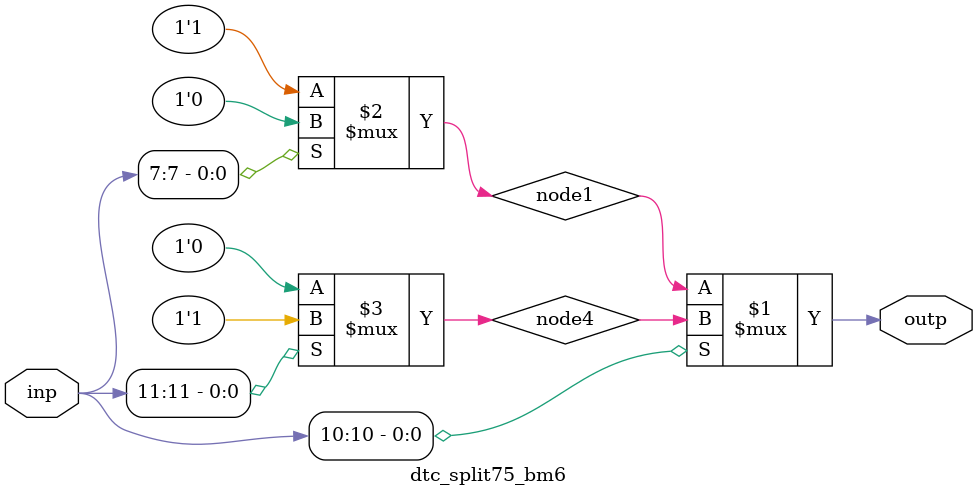
<source format=v>
module dtc_split75_bm6 (
	input  wire [12-1:0] inp,
	output wire [1-1:0] outp
);

	wire [1-1:0] node1;
	wire [1-1:0] node4;

	assign outp = (inp[10]) ? node4 : node1;
		assign node1 = (inp[7]) ? 1'b0 : 1'b1;
		assign node4 = (inp[11]) ? 1'b1 : 1'b0;

endmodule
</source>
